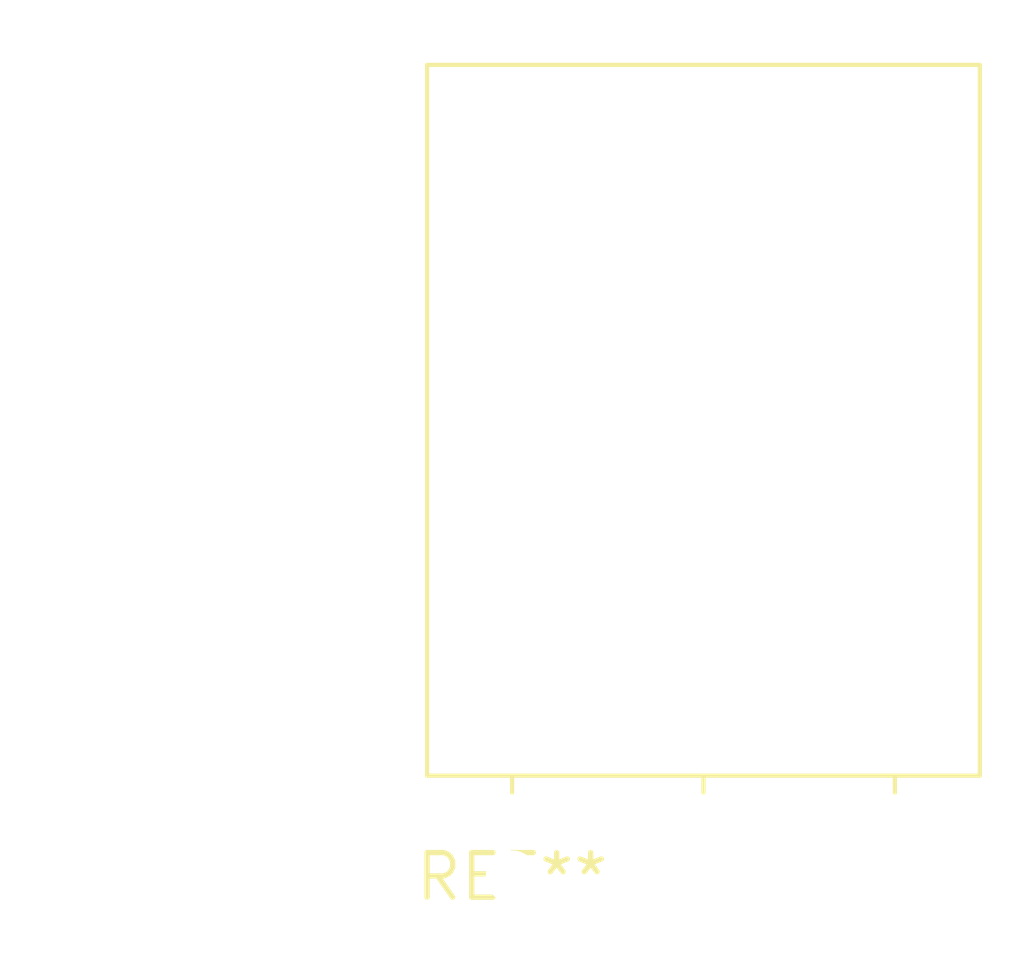
<source format=kicad_pcb>
(kicad_pcb (version 20240108) (generator pcbnew)
  (layers (0 "F.Cu" signal) (31 "B.Cu" signal) (34 "B.Paste" user) (35 "F.Paste" user) (36 "B.SilkS" user "B.Silkscreen") (37 "F.SilkS" user "F.Silkscreen") (38 "B.Mask" user) (39 "F.Mask" user) (44 "Edge.Cuts" user))
  (net 0 "")
  (footprint "TO-3P-3_Horizontal_TabDown" (layer "F.Cu") (at 0 0)
    (property "Reference" "REF**")
    (property "Value" "TO-3P-3_Horizontal_TabDown")
    (fp_line (start -2.42 -23.12) (end -2.42 -2.88) (layer "F.SilkS") (stroke (width 0.12)))
    (fp_line (start -2.42 -23.12) (end 13.32 -23.12) (layer "F.SilkS") (stroke (width 0.12)))
    (fp_line (start -2.42 -2.88) (end 13.32 -2.88) (layer "F.SilkS") (stroke (width 0.12)))
    (fp_line (start 0 -2.88) (end 0 -2.4) (layer "F.SilkS") (stroke (width 0.12)))
    (fp_line (start 5.45 -2.88) (end 5.45 -2.4) (layer "F.SilkS") (stroke (width 0.12)))
    (fp_line (start 10.9 -2.88) (end 10.9 -2.4) (layer "F.SilkS") (stroke (width 0.12)))
    (fp_line (start 13.32 -23.12) (end 13.32 -2.88) (layer "F.SilkS") (stroke (width 0.12)))
    (pad "" np_thru_hole oval (at 5.45 -18.8) (size 3.4 3.4) (drill 3.4) (layers *.Cu *.Mask))
    (pad "1" thru_hole rect (at 0 0) (size 2.5 4.5) (drill 1.5) (layers *.Cu *.Mask) (remove_unused_layers))
    (pad "2" thru_hole oval (at 5.45 0) (size 2.5 4.5) (drill 1.5) (layers *.Cu *.Mask) (remove_unused_layers))
    (pad "3" thru_hole oval (at 10.9 0) (size 2.5 4.5) (drill 1.5) (layers *.Cu *.Mask) (remove_unused_layers))
  )
)
</source>
